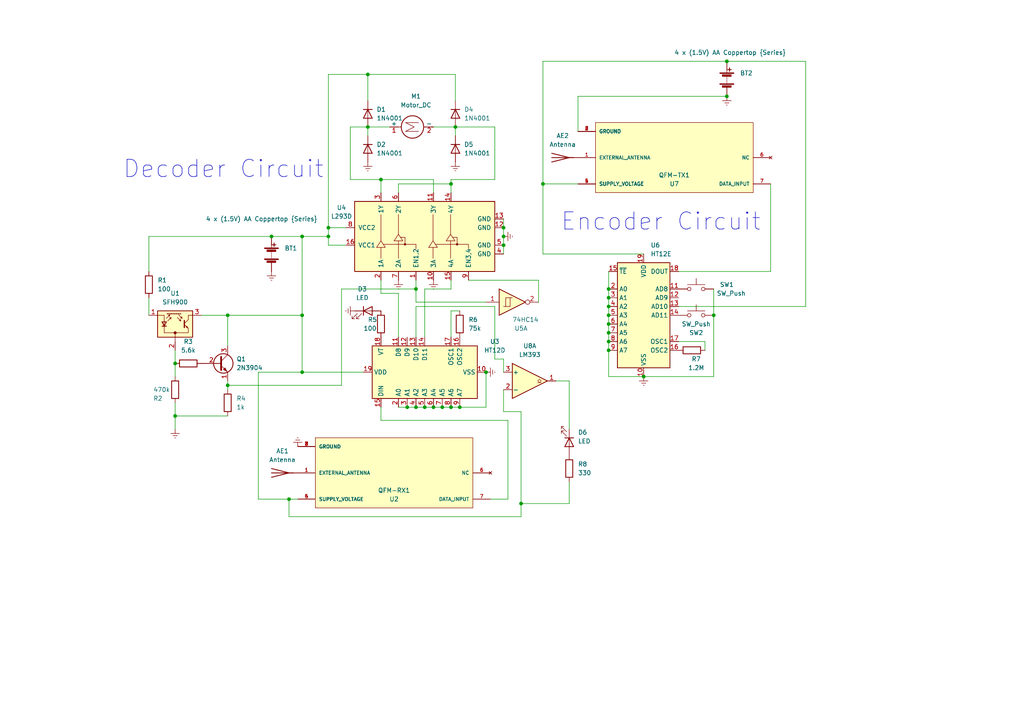
<source format=kicad_sch>
(kicad_sch (version 20211123) (generator eeschema)
  (paper "A4")
  (lib_symbols
    (symbol "74xx:74HC14" (pin_names (offset 1.016))
      (property "Reference" "U" (at 0 1.27 0))
      (property "Value" "74HC14" (at 0 -1.27 0))
      (symbol "74HC14_1_0"
        (polyline (pts (xy -3.81 3.81) (xy -3.81 -3.81) (xy 3.81 0) (xy -3.81 3.81)) (stroke (width 0.254)) (fill (type background)))
        (pin input line (at -7.62 0 0) (length 3.81) (name "~") (number "1"))
        (pin output inverted (at 7.62 0 180) (length 3.81) (name "~") (number "2"))
      )
      (symbol "74HC14_1_1"
        (polyline (pts (xy -1.905 -1.27) (xy -1.905 1.27) (xy -0.635 1.27)))
        (polyline (pts (xy -2.54 -1.27) (xy -0.635 -1.27) (xy -0.635 1.27) (xy 0 1.27)))
      )
      (symbol "74HC14_2_0"
        (polyline (pts (xy -3.81 3.81) (xy -3.81 -3.81) (xy 3.81 0) (xy -3.81 3.81)) (stroke (width 0.254)) (fill (type background)))
        (pin input line (at -7.62 0 0) (length 3.81) (name "~") (number "3"))
        (pin output inverted (at 7.62 0 180) (length 3.81) (name "~") (number "4"))
      )
      (symbol "74HC14_2_1"
        (polyline (pts (xy -1.905 -1.27) (xy -1.905 1.27) (xy -0.635 1.27)))
        (polyline (pts (xy -2.54 -1.27) (xy -0.635 -1.27) (xy -0.635 1.27) (xy 0 1.27)))
      )
      (symbol "74HC14_3_0"
        (polyline (pts (xy -3.81 3.81) (xy -3.81 -3.81) (xy 3.81 0) (xy -3.81 3.81)) (stroke (width 0.254)) (fill (type background)))
        (pin input line (at -7.62 0 0) (length 3.81) (name "~") (number "5"))
        (pin output inverted (at 7.62 0 180) (length 3.81) (name "~") (number "6"))
      )
      (symbol "74HC14_3_1"
        (polyline (pts (xy -1.905 -1.27) (xy -1.905 1.27) (xy -0.635 1.27)))
        (polyline (pts (xy -2.54 -1.27) (xy -0.635 -1.27) (xy -0.635 1.27) (xy 0 1.27)))
      )
      (symbol "74HC14_4_0"
        (polyline (pts (xy -3.81 3.81) (xy -3.81 -3.81) (xy 3.81 0) (xy -3.81 3.81)) (stroke (width 0.254)) (fill (type background)))
        (pin output inverted (at 7.62 0 180) (length 3.81) (name "~") (number "8"))
        (pin input line (at -7.62 0 0) (length 3.81) (name "~") (number "9"))
      )
      (symbol "74HC14_4_1"
        (polyline (pts (xy -1.905 -1.27) (xy -1.905 1.27) (xy -0.635 1.27)))
        (polyline (pts (xy -2.54 -1.27) (xy -0.635 -1.27) (xy -0.635 1.27) (xy 0 1.27)))
      )
      (symbol "74HC14_5_0"
        (polyline (pts (xy -3.81 3.81) (xy -3.81 -3.81) (xy 3.81 0) (xy -3.81 3.81)) (stroke (width 0.254)) (fill (type background)))
        (pin output inverted (at 7.62 0 180) (length 3.81) (name "~") (number "10"))
        (pin input line (at -7.62 0 0) (length 3.81) (name "~") (number "11"))
      )
      (symbol "74HC14_5_1"
        (polyline (pts (xy -1.905 -1.27) (xy -1.905 1.27) (xy -0.635 1.27)))
        (polyline (pts (xy -2.54 -1.27) (xy -0.635 -1.27) (xy -0.635 1.27) (xy 0 1.27)))
      )
      (symbol "74HC14_6_0"
        (polyline (pts (xy -3.81 3.81) (xy -3.81 -3.81) (xy 3.81 0) (xy -3.81 3.81)) (stroke (width 0.254)) (fill (type background)))
        (pin output inverted (at 7.62 0 180) (length 3.81) (name "~") (number "12"))
        (pin input line (at -7.62 0 0) (length 3.81) (name "~") (number "13"))
      )
      (symbol "74HC14_6_1"
        (polyline (pts (xy -1.905 -1.27) (xy -1.905 1.27) (xy -0.635 1.27)))
        (polyline (pts (xy -2.54 -1.27) (xy -0.635 -1.27) (xy -0.635 1.27) (xy 0 1.27)))
      )
      (symbol "74HC14_7_0"
        (pin power_in line (at 0 12.7 270) (length 5.08) (name "VCC") (number "14"))
        (pin power_in line (at 0 -12.7 90) (length 5.08) (name "GND") (number "7"))
      )
      (symbol "74HC14_7_1"
        (rectangle (start -5.08 7.62) (end 5.08 -7.62) (stroke (width 0.254)) (fill (type background)))
      )
    )
    (symbol "Comparator:LM393" (pin_names (offset 0.127))
      (property "Reference" "U" (at 3.81 3.81 0))
      (property "Value" "LM393" (at 6.35 -3.81 0))
      (symbol "LM393_1_1"
        (polyline (pts (xy -5.08 5.08) (xy 5.08 0) (xy -5.08 -5.08) (xy -5.08 5.08)) (stroke (width 0.254)) (fill (type background)))
        (polyline (pts (xy 3.302 -0.508) (xy 2.794 -0.508) (xy 3.302 0) (xy 2.794 0.508) (xy 2.286 0) (xy 2.794 -0.508) (xy 2.286 -0.508)) (stroke (width 0.127)))
        (pin open_collector line (at 7.62 0 180) (length 2.54) (name "~") (number "1"))
        (pin input line (at -7.62 -2.54 0) (length 2.54) (name "-") (number "2"))
        (pin input line (at -7.62 2.54 0) (length 2.54) (name "+") (number "3"))
      )
      (symbol "LM393_2_1"
        (polyline (pts (xy -5.08 5.08) (xy 5.08 0) (xy -5.08 -5.08) (xy -5.08 5.08)) (stroke (width 0.254)) (fill (type background)))
        (polyline (pts (xy 3.302 -0.508) (xy 2.794 -0.508) (xy 3.302 0) (xy 2.794 0.508) (xy 2.286 0) (xy 2.794 -0.508) (xy 2.286 -0.508)) (stroke (width 0.127)))
        (pin input line (at -7.62 2.54 0) (length 2.54) (name "+") (number "5"))
        (pin input line (at -7.62 -2.54 0) (length 2.54) (name "_") (number "6"))
        (pin open_collector line (at 7.62 0 180) (length 2.54) (name "~") (number "7"))
      )
      (symbol "LM393_3_1"
        (pin power_in line (at -2.54 -7.62 90) (length 3.81) (name "V-") (number "4"))
        (pin power_in line (at -2.54 7.62 270) (length 3.81) (name "V+") (number "8"))
      )
    )
    (symbol "Device:Antenna" (pin_numbers hide) (pin_names (offset 1.016) hide)
      (property "Reference" "AE" (at -1.905 1.905 0))
      (property "Value" "Antenna" (at -1.905 0 0))
      (symbol "Antenna_0_1"
        (polyline (pts (xy 0 2.54) (xy 0 -3.81)) (stroke (width 0.254)))
        (polyline (pts (xy 1.27 2.54) (xy 0 -2.54) (xy -1.27 2.54)) (stroke (width 0.254)))
      )
      (symbol "Antenna_1_1"
        (pin input line (at 0 -5.08 90) (length 2.54) (name "A") (number "1"))
      )
    )
    (symbol "Device:Battery" (pin_numbers hide) (pin_names (offset 0) hide)
      (property "Reference" "BT" (at 2.54 2.54 0))
      (property "Value" "Battery" (at 2.54 0 0))
      (symbol "Battery_0_1"
        (rectangle (start -2.032 -1.397) (end 2.032 -1.651) (fill (type outline)))
        (rectangle (start -2.032 1.778) (end 2.032 1.524) (fill (type outline)))
        (rectangle (start -1.3208 -1.9812) (end 1.27 -2.4892) (fill (type outline)))
        (rectangle (start -1.3208 1.1938) (end 1.27 0.6858) (fill (type outline)))
        (polyline (pts (xy 0 -1.524) (xy 0 -1.27)))
        (polyline (pts (xy 0 -1.016) (xy 0 -0.762)))
        (polyline (pts (xy 0 -0.508) (xy 0 -0.254)))
        (polyline (pts (xy 0 0) (xy 0 0.254)))
        (polyline (pts (xy 0 0.508) (xy 0 0.762)))
        (polyline (pts (xy 0 1.778) (xy 0 2.54)))
        (polyline (pts (xy 0.254 2.667) (xy 1.27 2.667)) (stroke (width 0.254)))
        (polyline (pts (xy 0.762 3.175) (xy 0.762 2.159)) (stroke (width 0.254)))
      )
      (symbol "Battery_1_1"
        (pin passive line (at 0 5.08 270) (length 2.54) (name "+") (number "1"))
        (pin passive line (at 0 -5.08 90) (length 2.54) (name "-") (number "2"))
      )
    )
    (symbol "Device:LED" (pin_numbers hide) (pin_names (offset 1.016) hide)
      (property "Reference" "D" (at 0 2.54 0))
      (property "Value" "LED" (at 0 -2.54 0))
      (symbol "LED_0_1"
        (polyline (pts (xy -1.27 -1.27) (xy -1.27 1.27)) (stroke (width 0.254)))
        (polyline (pts (xy -1.27 0) (xy 1.27 0)))
        (polyline (pts (xy 1.27 -1.27) (xy 1.27 1.27) (xy -1.27 0) (xy 1.27 -1.27)) (stroke (width 0.254)))
        (polyline (pts (xy -3.048 -0.762) (xy -4.572 -2.286) (xy -3.81 -2.286) (xy -4.572 -2.286) (xy -4.572 -1.524)))
        (polyline (pts (xy -1.778 -0.762) (xy -3.302 -2.286) (xy -2.54 -2.286) (xy -3.302 -2.286) (xy -3.302 -1.524)))
      )
      (symbol "LED_1_1"
        (pin passive line (at -3.81 0 0) (length 2.54) (name "K") (number "1"))
        (pin passive line (at 3.81 0 180) (length 2.54) (name "A") (number "2"))
      )
    )
    (symbol "Device:R" (pin_numbers hide) (pin_names (offset 0))
      (property "Reference" "R" (at 2.032 0 90))
      (property "Value" "R" (at 0 0 90))
      (symbol "R_0_1"
        (rectangle (start -1.016 -2.54) (end 1.016 2.54) (stroke (width 0.254)))
      )
      (symbol "R_1_1"
        (pin passive line (at 0 3.81 270) (length 1.27) (name "~") (number "1"))
        (pin passive line (at 0 -3.81 90) (length 1.27) (name "~") (number "2"))
      )
    )
    (symbol "Diode:1N4001" (pin_numbers hide) (pin_names hide)
      (property "Reference" "D" (at 0 2.54 0))
      (property "Value" "1N4001" (at 0 -2.54 0))
      (symbol "1N4001_0_1"
        (polyline (pts (xy -1.27 1.27) (xy -1.27 -1.27)) (stroke (width 0.254)))
        (polyline (pts (xy 1.27 0) (xy -1.27 0)))
        (polyline (pts (xy 1.27 1.27) (xy 1.27 -1.27) (xy -1.27 0) (xy 1.27 1.27)) (stroke (width 0.254)))
      )
      (symbol "1N4001_1_1"
        (pin passive line (at -3.81 0 0) (length 2.54) (name "K") (number "1"))
        (pin passive line (at 3.81 0 180) (length 2.54) (name "A") (number "2"))
      )
    )
    (symbol "Driver_Motor:L293D" (pin_names (offset 1.016))
      (property "Reference" "U" (at -5.08 26.035 0))
      (property "Value" "L293D" (at -5.08 24.13 0))
      (symbol "L293D_0_1"
        (rectangle (start -10.16 22.86) (end 10.16 -17.78) (stroke (width 0.254)) (fill (type background)))
        (circle (center -2.286 -6.858) (radius 0.254) (fill (type outline)))
        (circle (center -2.286 8.255) (radius 0.254) (fill (type outline)))
        (polyline (pts (xy -6.35 -4.953) (xy -1.27 -4.953)))
        (polyline (pts (xy -6.35 0.127) (xy -3.175 0.127)))
        (polyline (pts (xy -6.35 10.16) (xy -1.27 10.16)))
        (polyline (pts (xy -6.35 15.24) (xy -3.175 15.24)))
        (polyline (pts (xy -1.27 0.127) (xy 6.35 0.127)))
        (polyline (pts (xy -1.27 15.24) (xy 6.35 15.24)))
        (polyline (pts (xy 0.635 -4.953) (xy 6.35 -4.953)))
        (polyline (pts (xy 0.635 10.16) (xy 6.35 10.16)))
        (polyline (pts (xy -2.286 -6.858) (xy -0.254 -6.858) (xy -0.254 -5.588)))
        (polyline (pts (xy -2.286 -0.635) (xy -2.286 -10.16) (xy -3.556 -10.16)))
        (polyline (pts (xy -2.286 8.255) (xy -0.254 8.255) (xy -0.254 9.525)))
        (polyline (pts (xy -2.286 14.478) (xy -2.286 5.08) (xy -3.556 5.08)))
        (polyline (pts (xy -3.175 1.397) (xy -3.175 -1.143) (xy -1.27 0.127) (xy -3.175 1.397)))
        (polyline (pts (xy -3.175 16.51) (xy -3.175 13.97) (xy -1.27 15.24) (xy -3.175 16.51)))
        (polyline (pts (xy -1.27 -3.683) (xy -1.27 -6.223) (xy 0.635 -4.953) (xy -1.27 -3.683)))
        (polyline (pts (xy -1.27 11.43) (xy -1.27 8.89) (xy 0.635 10.16) (xy -1.27 11.43)))
      )
      (symbol "L293D_1_1"
        (pin input line (at -12.7 5.08 0) (length 2.54) (name "EN1,2") (number "1"))
        (pin input line (at -12.7 0 0) (length 2.54) (name "3A") (number "10"))
        (pin output line (at 12.7 0 180) (length 2.54) (name "3Y") (number "11"))
        (pin power_in line (at 2.54 -20.32 90) (length 2.54) (name "GND") (number "12"))
        (pin power_in line (at 5.08 -20.32 90) (length 2.54) (name "GND") (number "13"))
        (pin output line (at 12.7 -5.08 180) (length 2.54) (name "4Y") (number "14"))
        (pin input line (at -12.7 -5.08 0) (length 2.54) (name "4A") (number "15"))
        (pin power_in line (at -2.54 25.4 270) (length 2.54) (name "VCC1") (number "16"))
        (pin input line (at -12.7 15.24 0) (length 2.54) (name "1A") (number "2"))
        (pin output line (at 12.7 15.24 180) (length 2.54) (name "1Y") (number "3"))
        (pin power_in line (at -5.08 -20.32 90) (length 2.54) (name "GND") (number "4"))
        (pin power_in line (at -2.54 -20.32 90) (length 2.54) (name "GND") (number "5"))
        (pin output line (at 12.7 10.16 180) (length 2.54) (name "2Y") (number "6"))
        (pin input line (at -12.7 10.16 0) (length 2.54) (name "2A") (number "7"))
        (pin power_in line (at 2.54 25.4 270) (length 2.54) (name "VCC2") (number "8"))
        (pin input line (at -12.7 -10.16 0) (length 2.54) (name "EN3,4") (number "9"))
      )
    )
    (symbol "Earth_1" (power) (pin_names (offset 0))
      (symbol "Earth_1_0_1"
        (polyline (pts (xy -0.635 -1.905) (xy 0.635 -1.905)))
        (polyline (pts (xy -0.127 -2.54) (xy 0.127 -2.54)))
        (polyline (pts (xy 0 -1.27) (xy 0 0)))
        (polyline (pts (xy 1.27 -1.27) (xy -1.27 -1.27)))
      )
      (symbol "Earth_1_1_1"
        (pin power_in line (at 0 0 270) (length 0) hide (name "Earth") (number "1"))
      )
    )
    (symbol "Earth_2" (power) (pin_names (offset 0))
      (symbol "Earth_2_0_1"
        (polyline (pts (xy -0.635 -1.905) (xy 0.635 -1.905)))
        (polyline (pts (xy -0.127 -2.54) (xy 0.127 -2.54)))
        (polyline (pts (xy 0 -1.27) (xy 0 0)))
        (polyline (pts (xy 1.27 -1.27) (xy -1.27 -1.27)))
      )
      (symbol "Earth_2_1_1"
        (pin power_in line (at 0 0 270) (length 0) hide (name "Earth") (number "1"))
      )
    )
    (symbol "Interface:HT12D"
      (property "Reference" "U" (at -6.35 16.51 0))
      (property "Value" "HT12D" (at 6.35 16.51 0))
      (symbol "HT12D_1_1"
        (rectangle (start -7.62 15.24) (end 7.62 -15.24) (stroke (width 0.254)) (fill (type background)))
        (pin no_connect line (at 7.62 -2.54 180) (length 2.54) hide (name "NC") (number "1"))
        (pin power_in line (at 0 -17.78 90) (length 2.54) (name "VSS") (number "10"))
        (pin output line (at 10.16 7.62 180) (length 2.54) (name "D8") (number "11"))
        (pin output line (at 10.16 5.08 180) (length 2.54) (name "D9") (number "12"))
        (pin output line (at 10.16 2.54 180) (length 2.54) (name "D10") (number "13"))
        (pin output line (at 10.16 0 180) (length 2.54) (name "D11") (number "14"))
        (pin input line (at -10.16 12.7 0) (length 2.54) (name "DIN") (number "15"))
        (pin output line (at 10.16 -10.16 180) (length 2.54) (name "OSC2") (number "16"))
        (pin input line (at 10.16 -7.62 180) (length 2.54) (name "OSC1") (number "17"))
        (pin output line (at 10.16 12.7 180) (length 2.54) (name "VT") (number "18"))
        (pin power_in line (at 0 17.78 270) (length 2.54) (name "VDD") (number "19"))
        (pin input line (at -10.16 7.62 0) (length 2.54) (name "A0") (number "2"))
        (pin no_connect line (at 7.62 -5.08 180) (length 2.54) hide (name "NC") (number "20"))
        (pin input line (at -10.16 5.08 0) (length 2.54) (name "A1") (number "3"))
        (pin input line (at -10.16 2.54 0) (length 2.54) (name "A2") (number "4"))
        (pin input line (at -10.16 0 0) (length 2.54) (name "A3") (number "5"))
        (pin input line (at -10.16 -2.54 0) (length 2.54) (name "A4") (number "6"))
        (pin input line (at -10.16 -5.08 0) (length 2.54) (name "A5") (number "7"))
        (pin input line (at -10.16 -7.62 0) (length 2.54) (name "A6") (number "8"))
        (pin input line (at -10.16 -10.16 0) (length 2.54) (name "A7") (number "9"))
      )
    )
    (symbol "Interface:HT12E"
      (property "Reference" "U" (at -6.35 16.51 0))
      (property "Value" "HT12E" (at 6.35 16.51 0))
      (symbol "HT12E_1_1"
        (rectangle (start -7.62 15.24) (end 7.62 -15.24) (stroke (width 0.254)) (fill (type background)))
        (pin no_connect line (at 7.62 -2.54 180) (length 2.54) hide (name "NC") (number "1"))
        (pin power_in line (at 0 -17.78 90) (length 2.54) (name "VSS") (number "10"))
        (pin output line (at 10.16 7.62 180) (length 2.54) (name "AD8") (number "11"))
        (pin output line (at 10.16 5.08 180) (length 2.54) (name "AD9") (number "12"))
        (pin output line (at 10.16 2.54 180) (length 2.54) (name "AD10") (number "13"))
        (pin output line (at 10.16 0 180) (length 2.54) (name "AD11") (number "14"))
        (pin input line (at -10.16 12.7 0) (length 2.54) (name "~{TE}") (number "15"))
        (pin output line (at 10.16 -10.16 180) (length 2.54) (name "OSC2") (number "16"))
        (pin input line (at 10.16 -7.62 180) (length 2.54) (name "OSC1") (number "17"))
        (pin output line (at 10.16 12.7 180) (length 2.54) (name "DOUT") (number "18"))
        (pin power_in line (at 0 17.78 270) (length 2.54) (name "VDD") (number "19"))
        (pin input line (at -10.16 7.62 0) (length 2.54) (name "A0") (number "2"))
        (pin no_connect line (at 7.62 -5.08 180) (length 2.54) hide (name "NC") (number "20"))
        (pin input line (at -10.16 5.08 0) (length 2.54) (name "A1") (number "3"))
        (pin input line (at -10.16 2.54 0) (length 2.54) (name "A2") (number "4"))
        (pin input line (at -10.16 0 0) (length 2.54) (name "A3") (number "5"))
        (pin input line (at -10.16 -2.54 0) (length 2.54) (name "A4") (number "6"))
        (pin input line (at -10.16 -5.08 0) (length 2.54) (name "A5") (number "7"))
        (pin input line (at -10.16 -7.62 0) (length 2.54) (name "A6") (number "8"))
        (pin input line (at -10.16 -10.16 0) (length 2.54) (name "A7") (number "9"))
      )
    )
    (symbol "Motor:Motor_DC" (pin_names (offset 0))
      (property "Reference" "M" (at 2.54 2.54 0))
      (property "Value" "Motor_DC" (at 2.54 -5.08 0))
      (symbol "Motor_DC_0_0"
        (polyline (pts (xy -1.27 -3.302) (xy -1.27 0.508) (xy 0 -2.032) (xy 1.27 0.508) (xy 1.27 -3.302)))
      )
      (symbol "Motor_DC_0_1"
        (circle (center 0 -1.524) (radius 3.2512) (stroke (width 0.254)))
        (polyline (pts (xy 0 -7.62) (xy 0 -7.112)))
        (polyline (pts (xy 0 -4.7752) (xy 0 -5.1816)))
        (polyline (pts (xy 0 1.7272) (xy 0 2.0828)))
        (polyline (pts (xy 0 2.032) (xy 0 2.54)))
      )
      (symbol "Motor_DC_1_1"
        (pin passive line (at 0 5.08 270) (length 2.54) (name "+") (number "1"))
        (pin passive line (at 0 -7.62 90) (length 2.54) (name "-") (number "2"))
      )
    )
    (symbol "QFM-RX1-433:QFM-RX1-433" (pin_names (offset 1.016))
      (property "Reference" "U" (at -22.86 12.7 0))
      (property "Value" "QFM-RX1-433" (at -22.86 -12.7 0))
      (symbol "QFM-RX1-433_0_0"
        (rectangle (start -22.86 -10.16) (end 22.86 10.16) (stroke (width 0.1524)) (fill (type background)))
        (pin passive line (at 27.94 0 180) (length 5.08) (name "EXTERNAL_ANTENNA") (number "1"))
        (pin power_in line (at 27.94 -7.62 180) (length 5.08) (name "GROUND") (number "2"))
        (pin power_in line (at 27.94 -7.62 180) (length 5.08) (name "GROUND") (number "3"))
        (pin power_in line (at 27.94 7.62 180) (length 5.08) (name "SUPPLY_VOLTAGE") (number "4"))
        (pin power_in line (at 27.94 7.62 180) (length 5.08) (name "SUPPLY_VOLTAGE") (number "5"))
        (pin no_connect line (at -27.94 0 0) (length 5.08) (name "NC") (number "6"))
        (pin input line (at -27.94 7.62 0) (length 5.08) (name "DATA_INPUT") (number "7"))
        (pin power_in line (at 27.94 -7.62 180) (length 5.08) (name "GROUND") (number "8"))
      )
    )
    (symbol "Sensor_Proximity:SFH900" (pin_names (offset 1.016) hide)
      (property "Reference" "U" (at -5.08 5.08 0))
      (property "Value" "SFH900" (at 6.35 5.08 0))
      (symbol "SFH900_0_1"
        (circle (center 0 -2.54) (radius 0.3556) (fill (type outline)))
        (polyline (pts (xy -3.81 -0.635) (xy -2.54 -0.635)) (stroke (width 0.254)))
        (polyline (pts (xy -2.286 2.921) (xy -2.032 3.175)))
        (polyline (pts (xy -1.778 2.921) (xy -1.524 3.175)))
        (polyline (pts (xy -1.524 2.667) (xy -1.651 2.159)))
        (polyline (pts (xy -1.27 2.921) (xy -1.016 3.175)))
        (polyline (pts (xy -1.143 1.905) (xy -1.27 1.397)))
        (polyline (pts (xy -0.762 2.921) (xy -0.508 3.175)))
        (polyline (pts (xy -0.254 2.921) (xy 0 3.175)))
        (polyline (pts (xy 0 -2.54) (xy 0 -5.08)))
        (polyline (pts (xy 0.254 2.921) (xy 0.508 3.175)))
        (polyline (pts (xy 0.762 2.921) (xy 1.016 3.175)))
        (polyline (pts (xy 1.27 2.921) (xy 1.524 3.175)))
        (polyline (pts (xy 1.651 0.889) (xy 1.143 1.016)))
        (polyline (pts (xy 1.778 2.921) (xy -2.413 2.921)))
        (polyline (pts (xy 2.032 1.651) (xy 1.524 1.778)))
        (polyline (pts (xy 2.667 -0.127) (xy 3.81 -1.27)))
        (polyline (pts (xy 2.667 0.127) (xy 3.81 1.27)))
        (polyline (pts (xy -2.54 1.651) (xy -1.524 2.667) (xy -2.032 2.54)))
        (polyline (pts (xy -2.159 0.889) (xy -1.143 1.905) (xy -1.651 1.778)))
        (polyline (pts (xy 0.635 1.905) (xy 1.651 0.889) (xy 1.524 1.397)))
        (polyline (pts (xy 1.016 2.667) (xy 2.032 1.651) (xy 1.905 2.159)))
        (polyline (pts (xy 2.667 1.016) (xy 2.667 -1.016) (xy 2.667 -1.016)) (stroke (width 0.3556)))
        (polyline (pts (xy 3.81 1.27) (xy 3.81 2.54) (xy 5.08 2.54)))
        (polyline (pts (xy -3.175 -0.635) (xy -3.81 0.635) (xy -2.54 0.635) (xy -3.175 -0.635)) (stroke (width 0.254)))
        (polyline (pts (xy 3.683 -1.143) (xy 3.429 -0.635) (xy 3.175 -0.889) (xy 3.683 -1.143)))
        (polyline (pts (xy -5.08 -3.81) (xy 5.08 -3.81) (xy 5.08 3.81) (xy -5.08 3.81) (xy -5.08 -3.81)) (stroke (width 0.254)) (fill (type background)))
        (polyline (pts (xy -5.08 2.54) (xy -3.175 2.54) (xy -3.175 -2.54) (xy 3.81 -2.54) (xy 3.81 -1.27)))
      )
      (symbol "SFH900_1_1"
        (pin passive line (at -7.62 2.54 0) (length 2.54) (name "A") (number "1"))
        (pin passive line (at 0 -7.62 90) (length 2.54) (name "K") (number "2"))
        (pin open_collector line (at 7.62 2.54 180) (length 2.54) (name "C") (number "3"))
      )
    )
    (symbol "Switch:SW_Push" (pin_numbers hide) (pin_names (offset 1.016) hide)
      (property "Reference" "SW" (at 1.27 2.54 0))
      (property "Value" "SW_Push" (at 0 -1.524 0))
      (symbol "SW_Push_0_1"
        (circle (center -2.032 0) (radius 0.508))
        (polyline (pts (xy 0 1.27) (xy 0 3.048)))
        (polyline (pts (xy 2.54 1.27) (xy -2.54 1.27)))
        (circle (center 2.032 0) (radius 0.508))
        (pin passive line (at -5.08 0 0) (length 2.54) (name "1") (number "1"))
        (pin passive line (at 5.08 0 180) (length 2.54) (name "2") (number "2"))
      )
    )
    (symbol "Transistor_BJT:2N3904" (pin_names (offset 0) hide)
      (property "Reference" "Q" (at 5.08 1.905 0))
      (property "Value" "2N3904" (at 5.08 0 0))
      (symbol "2N3904_0_1"
        (polyline (pts (xy 0.635 0.635) (xy 2.54 2.54)))
        (polyline (pts (xy 0.635 -0.635) (xy 2.54 -2.54) (xy 2.54 -2.54)))
        (polyline (pts (xy 0.635 1.905) (xy 0.635 -1.905) (xy 0.635 -1.905)) (stroke (width 0.508)))
        (polyline (pts (xy 1.27 -1.778) (xy 1.778 -1.27) (xy 2.286 -2.286) (xy 1.27 -1.778) (xy 1.27 -1.778)) (fill (type outline)))
        (circle (center 1.27 0) (radius 2.8194) (stroke (width 0.254)))
      )
      (symbol "2N3904_1_1"
        (pin passive line (at 2.54 -5.08 90) (length 2.54) (name "E") (number "1"))
        (pin passive line (at -5.08 0 0) (length 5.715) (name "B") (number "2"))
        (pin passive line (at 2.54 5.08 270) (length 2.54) (name "C") (number "3"))
      )
    )
    (symbol "power:Earth" (power) (pin_names (offset 0))
      (symbol "Earth_0_1"
        (polyline (pts (xy -0.635 -1.905) (xy 0.635 -1.905)))
        (polyline (pts (xy -0.127 -2.54) (xy 0.127 -2.54)))
        (polyline (pts (xy 0 -1.27) (xy 0 0)))
        (polyline (pts (xy 1.27 -1.27) (xy -1.27 -1.27)))
      )
      (symbol "Earth_1_1"
        (pin power_in line (at 0 0 270) (length 0) hide (name "Earth") (number "1"))
      )
    )
  )
  (junction (at 176.53 86.36))
  (junction (at 146.05 66.04))
  (junction (at 176.53 91.44))
  (junction (at 140.97 107.95))
  (junction (at 176.53 88.9))
  (junction (at 151.13 146.05))
  (junction (at 186.69 109.22))
  (junction (at 120.65 118.11))
  (junction (at 130.81 53.34))
  (junction (at 87.63 68.58))
  (junction (at 66.04 91.44))
  (junction (at 106.68 21.59))
  (junction (at 133.35 118.11))
  (junction (at 78.74 68.58))
  (junction (at 95.25 66.04))
  (junction (at 176.53 101.6))
  (junction (at 210.82 17.78))
  (junction (at 50.8 120.65))
  (junction (at 146.05 68.58))
  (junction (at 176.53 93.98))
  (junction (at 83.82 144.78))
  (junction (at 210.82 27.94))
  (junction (at 106.68 36.83))
  (junction (at 87.63 107.95))
  (junction (at 130.81 118.11))
  (junction (at 128.27 118.11))
  (junction (at 125.73 118.11))
  (junction (at 176.53 83.82))
  (junction (at 157.48 53.34))
  (junction (at 176.53 96.52))
  (junction (at 87.63 91.44))
  (junction (at 95.25 68.58))
  (junction (at 110.49 52.07))
  (junction (at 118.11 118.11))
  (junction (at 120.65 83.82))
  (junction (at 207.01 91.44))
  (junction (at 50.8 105.41))
  (junction (at 176.53 99.06))
  (junction (at 146.05 71.12))
  (junction (at 132.08 36.83))
  (junction (at 66.04 111.76))
  (junction (at 123.19 118.11))
  (wire (pts (xy 151.13 149.86) (xy 83.82 149.86)))
  (wire (pts (xy 58.42 91.44) (xy 66.04 91.44)))
  (wire (pts (xy 120.65 97.79) (xy 120.65 88.9)))
  (wire (pts (xy 83.82 144.78) (xy 74.93 144.78)))
  (wire (pts (xy 165.1 124.46) (xy 165.1 110.49)))
  (wire (pts (xy 133.35 90.17) (xy 130.81 90.17)))
  (wire (pts (xy 99.06 83.82) (xy 120.65 83.82)))
  (wire (pts (xy 50.8 105.41) (xy 50.8 109.22)))
  (wire (pts (xy 95.25 68.58) (xy 95.25 66.04)))
  (wire (pts (xy 106.68 29.21) (xy 106.68 21.59)))
  (wire (pts (xy 146.05 68.58) (xy 146.05 71.12)))
  (wire (pts (xy 101.6 36.83) (xy 101.6 52.07)))
  (wire (pts (xy 115.57 85.09) (xy 110.49 85.09)))
  (wire (pts (xy 120.65 118.11) (xy 123.19 118.11)))
  (wire (pts (xy 66.04 91.44) (xy 87.63 91.44)))
  (wire (pts (xy 66.04 110.49) (xy 66.04 111.76)))
  (wire (pts (xy 176.53 101.6) (xy 176.53 109.22)))
  (wire (pts (xy 120.65 81.28) (xy 120.65 83.82)))
  (wire (pts (xy 120.65 83.82) (xy 120.65 87.63)))
  (wire (pts (xy 156.21 81.28) (xy 135.89 81.28)))
  (wire (pts (xy 106.68 36.83) (xy 106.68 39.37)))
  (wire (pts (xy 110.49 121.92) (xy 110.49 118.11)))
  (wire (pts (xy 123.19 83.82) (xy 130.81 83.82)))
  (wire (pts (xy 123.19 118.11) (xy 125.73 118.11)))
  (wire (pts (xy 66.04 111.76) (xy 66.04 113.03)))
  (wire (pts (xy 128.27 118.11) (xy 130.81 118.11)))
  (wire (pts (xy 130.81 118.11) (xy 133.35 118.11)))
  (wire (pts (xy 106.68 36.83) (xy 101.6 36.83)))
  (wire (pts (xy 146.05 66.04) (xy 146.05 68.58)))
  (wire (pts (xy 115.57 97.79) (xy 115.57 85.09)))
  (wire (pts (xy 74.93 107.95) (xy 87.63 107.95)))
  (wire (pts (xy 43.18 68.58) (xy 43.18 78.74)))
  (wire (pts (xy 43.18 91.44) (xy 43.18 86.36)))
  (wire (pts (xy 125.73 118.11) (xy 128.27 118.11)))
  (wire (pts (xy 157.48 53.34) (xy 167.64 53.34)))
  (wire (pts (xy 83.82 149.86) (xy 83.82 144.78)))
  (wire (pts (xy 165.1 146.05) (xy 151.13 146.05)))
  (wire (pts (xy 176.53 91.44) (xy 176.53 93.98)))
  (wire (pts (xy 115.57 55.88) (xy 115.57 53.34)))
  (wire (pts (xy 147.32 121.92) (xy 110.49 121.92)))
  (wire (pts (xy 130.81 90.17) (xy 130.81 97.79)))
  (wire (pts (xy 132.08 21.59) (xy 132.08 29.21)))
  (wire (pts (xy 207.01 109.22) (xy 186.69 109.22)))
  (wire (pts (xy 130.81 53.34) (xy 130.81 55.88)))
  (wire (pts (xy 130.81 83.82) (xy 130.81 81.28)))
  (wire (pts (xy 74.93 144.78) (xy 74.93 107.95)))
  (wire (pts (xy 110.49 85.09) (xy 110.49 81.28)))
  (wire (pts (xy 106.68 21.59) (xy 132.08 21.59)))
  (wire (pts (xy 120.65 87.63) (xy 140.97 87.63)))
  (wire (pts (xy 176.53 88.9) (xy 176.53 91.44)))
  (wire (pts (xy 87.63 68.58) (xy 95.25 68.58)))
  (wire (pts (xy 223.52 53.34) (xy 223.52 78.74)))
  (wire (pts (xy 157.48 73.66) (xy 157.48 53.34)))
  (wire (pts (xy 140.97 118.11) (xy 140.97 107.95)))
  (wire (pts (xy 176.53 83.82) (xy 176.53 86.36)))
  (wire (pts (xy 204.47 99.06) (xy 204.47 101.6)))
  (wire (pts (xy 143.51 104.14) (xy 146.05 104.14)))
  (wire (pts (xy 176.53 99.06) (xy 176.53 101.6)))
  (wire (pts (xy 207.01 83.82) (xy 207.01 91.44)))
  (wire (pts (xy 120.65 88.9) (xy 143.51 88.9)))
  (wire (pts (xy 106.68 21.59) (xy 95.25 21.59)))
  (wire (pts (xy 101.6 52.07) (xy 110.49 52.07)))
  (wire (pts (xy 196.85 88.9) (xy 233.68 88.9)))
  (wire (pts (xy 106.68 36.83) (xy 113.03 36.83)))
  (wire (pts (xy 50.8 124.46) (xy 50.8 120.65)))
  (wire (pts (xy 95.25 66.04) (xy 100.33 66.04)))
  (wire (pts (xy 78.74 68.58) (xy 87.63 68.58)))
  (wire (pts (xy 95.25 71.12) (xy 100.33 71.12)))
  (wire (pts (xy 143.51 36.83) (xy 143.51 52.07)))
  (wire (pts (xy 146.05 113.03) (xy 146.05 119.38)))
  (wire (pts (xy 110.49 52.07) (xy 110.49 55.88)))
  (wire (pts (xy 210.82 17.78) (xy 233.68 17.78)))
  (wire (pts (xy 176.53 109.22) (xy 186.69 109.22)))
  (wire (pts (xy 196.85 99.06) (xy 204.47 99.06)))
  (wire (pts (xy 95.25 21.59) (xy 95.25 66.04)))
  (wire (pts (xy 146.05 71.12) (xy 146.05 73.66)))
  (wire (pts (xy 165.1 110.49) (xy 161.29 110.49)))
  (wire (pts (xy 123.19 97.79) (xy 123.19 83.82)))
  (wire (pts (xy 142.24 144.78) (xy 147.32 144.78)))
  (wire (pts (xy 165.1 139.7) (xy 165.1 146.05)))
  (wire (pts (xy 115.57 53.34) (xy 130.81 53.34)))
  (wire (pts (xy 95.25 68.58) (xy 95.25 71.12)))
  (wire (pts (xy 151.13 146.05) (xy 151.13 149.86)))
  (wire (pts (xy 176.53 86.36) (xy 176.53 88.9)))
  (wire (pts (xy 157.48 17.78) (xy 210.82 17.78)))
  (wire (pts (xy 86.36 144.78) (xy 83.82 144.78)))
  (wire (pts (xy 66.04 91.44) (xy 66.04 100.33)))
  (wire (pts (xy 115.57 118.11) (xy 118.11 118.11)))
  (wire (pts (xy 87.63 91.44) (xy 87.63 107.95)))
  (wire (pts (xy 50.8 116.84) (xy 50.8 120.65)))
  (wire (pts (xy 176.53 78.74) (xy 176.53 83.82)))
  (wire (pts (xy 186.69 73.66) (xy 157.48 73.66)))
  (wire (pts (xy 167.64 27.94) (xy 210.82 27.94)))
  (wire (pts (xy 176.53 93.98) (xy 176.53 96.52)))
  (wire (pts (xy 146.05 119.38) (xy 151.13 119.38)))
  (wire (pts (xy 143.51 88.9) (xy 143.51 104.14)))
  (wire (pts (xy 50.8 101.6) (xy 50.8 105.41)))
  (wire (pts (xy 130.81 52.07) (xy 130.81 53.34)))
  (wire (pts (xy 223.52 78.74) (xy 196.85 78.74)))
  (wire (pts (xy 125.73 55.88) (xy 125.73 52.07)))
  (wire (pts (xy 66.04 111.76) (xy 99.06 111.76)))
  (wire (pts (xy 143.51 52.07) (xy 130.81 52.07)))
  (wire (pts (xy 99.06 111.76) (xy 99.06 83.82)))
  (wire (pts (xy 118.11 118.11) (xy 120.65 118.11)))
  (wire (pts (xy 146.05 104.14) (xy 146.05 107.95)))
  (wire (pts (xy 176.53 96.52) (xy 176.53 99.06)))
  (wire (pts (xy 132.08 36.83) (xy 143.51 36.83)))
  (wire (pts (xy 66.04 120.65) (xy 50.8 120.65)))
  (wire (pts (xy 110.49 52.07) (xy 125.73 52.07)))
  (wire (pts (xy 156.21 87.63) (xy 156.21 81.28)))
  (wire (pts (xy 146.05 63.5) (xy 146.05 66.04)))
  (wire (pts (xy 233.68 88.9) (xy 233.68 17.78)))
  (wire (pts (xy 167.64 27.94) (xy 167.64 38.1)))
  (wire (pts (xy 125.73 36.83) (xy 132.08 36.83)))
  (wire (pts (xy 87.63 68.58) (xy 87.63 91.44)))
  (wire (pts (xy 133.35 118.11) (xy 140.97 118.11)))
  (wire (pts (xy 132.08 36.83) (xy 132.08 39.37)))
  (wire (pts (xy 207.01 91.44) (xy 207.01 109.22)))
  (wire (pts (xy 147.32 121.92) (xy 147.32 144.78)))
  (wire (pts (xy 157.48 17.78) (xy 157.48 53.34)))
  (wire (pts (xy 105.41 107.95) (xy 87.63 107.95)))
  (wire (pts (xy 43.18 68.58) (xy 78.74 68.58)))
  (wire (pts (xy 151.13 119.38) (xy 151.13 146.05)))
  (text "Encoder Circuit" (at 162.56 67.31 0) (effects (font (size 5 5)) (justify left bottom)))
  (text "Decoder Circuit" (at 35.56 52.07 0) (effects (font (size 5 5)) (justify left bottom)))
  (symbol (lib_id "power:Earth") (at 106.68 46.99 0) (unit 1)
    (property "Reference" "#PWR05" (effects hide))
    (property "Value" "Earth" (effects hide))
  )
  (symbol (lib_id "Device:Antenna") (at 81.28 137.16 90) (unit 1)
    (property "Reference" "AE1" (at 81.915 130.81 90))
    (property "Value" "Antenna" (at 81.915 133.35 90))
  )
  (symbol (lib_id "power:Earth") (at 210.82 27.94 0) (unit 1)
    (property "Reference" "#PWR010" (effects hide))
    (property "Value" "Earth" (effects hide))
  )
  (symbol (lib_id "power:Earth") (at 50.8 124.46 0) (unit 1)
    (property "Reference" "#PWR01" (effects hide))
    (property "Value" "Earth" (effects hide))
  )
  (symbol (lib_id "power:Earth") (at 132.08 46.99 0) (unit 1)
    (property "Reference" "#PWR06" (effects hide))
    (property "Value" "Earth" (effects hide))
  )
  (symbol (lib_id "Device:R") (at 50.8 113.03 0) (unit 1)
    (property "Reference" "R2" (at 44.45 115.57 0) (effects (justify left)))
    (property "Value" "470k" (at 44.45 113.03 0) (effects (justify left)))
  )
  (symbol (lib_id "power:Earth") (at 102.87 90.17 270) (unit 1)
    (property "Reference" "#PWR04" (effects hide))
    (property "Value" "Earth" (effects hide))
  )
  (symbol (lib_id "Diode:1N4001") (at 106.68 43.18 270) (unit 1)
    (property "Reference" "D2" (at 109.22 41.9099 90) (effects (justify left)))
    (property "Value" "1N4001" (at 109.22 44.4499 90) (effects (justify left)))
    (property "Footprint" "Diode_THT:D_DO-41_SOD81_P10.16mm_Horizontal" (effects hide))
    (property "Datasheet" "http://www.vishay.com/docs/88503/1n4001.pdf" (effects hide))
  )
  (symbol (lib_id "Device:Antenna") (at 162.56 45.72 90) (unit 1)
    (property "Reference" "AE2" (at 163.195 39.37 90))
    (property "Value" "Antenna" (at 163.195 41.91 90))
  )
  (symbol (lib_id "Device:R") (at 66.04 116.84 0) (unit 1)
    (property "Reference" "R4" (at 68.58 115.5699 0) (effects (justify left)))
    (property "Value" "1k" (at 68.58 118.1099 0) (effects (justify left)))
  )
  (symbol (lib_id "Device:R") (at 54.61 105.41 90) (unit 1)
    (property "Reference" "R3" (at 54.61 99.06 90))
    (property "Value" "5.6k" (at 54.61 101.6 90))
  )
  (symbol (lib_id "Device:LED") (at 106.68 90.17 0) (unit 1)
    (property "Reference" "D3" (at 105.0925 83.82 0))
    (property "Value" "LED" (at 105.0925 86.36 0))
  )
  (symbol (lib_name "Earth_1") (lib_id "power:Earth") (at 115.57 81.28 0) (unit 1)
    (property "Reference" "#PWR011" (effects hide))
    (property "Value" "Earth" (effects hide))
  )
  (symbol (lib_id "power:Earth") (at 140.97 107.95 90) (unit 1)
    (property "Reference" "#PWR07" (effects hide))
    (property "Value" "Earth" (effects hide))
  )
  (symbol (lib_id "QFM-RX1-433:QFM-RX1-433") (at 195.58 45.72 180) (unit 1)
    (property "Reference" "U7" (at 195.58 53.34 0))
    (property "Value" "QFM-TX1" (at 195.58 50.8 0))
    (property "Footprint" "MODULE_QFM-RX1-433" (effects hide))
    (property "STANDARD" "IPC 7351B" (effects hide))
    (property "MAXIMUM_PACKAGE_HEIGHT" "13mm" (effects hide))
    (property "PARTREV" "March 14" (effects hide))
    (property "MANUFACTURER" "QUASAR UK" (effects hide))
  )
  (symbol (lib_id "power:Earth") (at 186.69 109.22 0) (unit 1)
    (property "Reference" "#PWR09" (effects hide))
    (property "Value" "Earth" (effects hide))
  )
  (symbol (lib_id "Diode:1N4001") (at 106.68 33.02 270) (unit 1)
    (property "Reference" "D1" (at 109.22 31.7499 90) (effects (justify left)))
    (property "Value" "1N4001" (at 109.22 34.2899 90) (effects (justify left)))
    (property "Footprint" "Diode_THT:D_DO-41_SOD81_P10.16mm_Horizontal" (effects hide))
    (property "Datasheet" "http://www.vishay.com/docs/88503/1n4001.pdf" (effects hide))
  )
  (symbol (lib_id "Motor:Motor_DC") (at 118.11 36.83 90) (unit 1)
    (property "Reference" "M1" (at 120.65 27.94 90))
    (property "Value" "Motor_DC" (at 120.65 30.48 90))
  )
  (symbol (lib_id "Device:Battery") (at 78.74 73.66 0) (unit 1)
    (property "Reference" "BT1" (at 82.55 72.0089 0) (effects (justify left)))
    (property "Value" "4 x (1.5V) AA Coppertop {Series}" (at 59.69 63.5 0) (effects (justify left)))
  )
  (symbol (lib_id "Device:R") (at 133.35 93.98 0) (unit 1)
    (property "Reference" "R6" (at 135.89 92.7099 0) (effects (justify left)))
    (property "Value" "75k" (at 135.89 95.2499 0) (effects (justify left)))
  )
  (symbol (lib_id "Sensor_Proximity:SFH900") (at 50.8 93.98 0) (unit 1)
    (property "Reference" "U1" (at 50.8 85.09 0))
    (property "Value" "SFH900" (at 50.8 87.63 0))
    (property "Footprint" "OptoDevice:Siemens_SFH900" (effects hide))
    (property "Datasheet" "https://www.batronix.com/pdf/sfh900.pdf" (effects hide))
  )
  (symbol (lib_id "Diode:1N4001") (at 132.08 33.02 270) (unit 1)
    (property "Reference" "D4" (at 134.62 31.7499 90) (effects (justify left)))
    (property "Value" "1N4001" (at 134.62 34.2899 90) (effects (justify left)))
    (property "Footprint" "Diode_THT:D_DO-41_SOD81_P10.16mm_Horizontal" (effects hide))
    (property "Datasheet" "http://www.vishay.com/docs/88503/1n4001.pdf" (effects hide))
  )
  (symbol (lib_id "Device:LED") (at 165.1 128.27 270) (unit 1)
    (property "Reference" "D6" (at 167.64 125.4124 90) (effects (justify left)))
    (property "Value" "LED" (at 167.64 127.9524 90) (effects (justify left)))
  )
  (symbol (lib_id "Device:R") (at 43.18 82.55 0) (unit 1)
    (property "Reference" "R1" (at 45.72 81.2799 0) (effects (justify left)))
    (property "Value" "100" (at 45.72 83.8199 0) (effects (justify left)))
  )
  (symbol (lib_id "Comparator:LM393") (at 153.67 110.49 0) (unit 1)
    (property "Reference" "U8" (at 153.67 100.33 0))
    (property "Value" "LM393" (at 153.67 102.87 0))
    (property "Datasheet" "http://www.ti.com/lit/ds/symlink/lm393.pdf" (effects hide))
  )
  (symbol (lib_id "Device:Battery") (at 210.82 22.86 0) (unit 1)
    (property "Reference" "BT2" (at 214.63 21.2089 0) (effects (justify left)))
    (property "Value" "4 x (1.5V) AA Coppertop {Series}" (at 195.58 15.24 0) (effects (justify left)))
  )
  (symbol (lib_id "QFM-RX1-433:QFM-RX1-433") (at 114.3 137.16 180) (unit 1)
    (property "Reference" "U2" (at 114.3 144.78 0))
    (property "Value" "QFM-RX1" (at 114.3 142.24 0))
    (property "Footprint" "MODULE_QFM-RX1-433" (effects hide))
    (property "STANDARD" "IPC 7351B" (effects hide))
    (property "MAXIMUM_PACKAGE_HEIGHT" "13mm" (effects hide))
    (property "PARTREV" "March 14" (effects hide))
    (property "MANUFACTURER" "QUASAR UK" (effects hide))
  )
  (symbol (lib_id "Diode:1N4001") (at 132.08 43.18 270) (unit 1)
    (property "Reference" "D5" (at 134.62 41.9099 90) (effects (justify left)))
    (property "Value" "1N4001" (at 134.62 44.4499 90) (effects (justify left)))
    (property "Footprint" "Diode_THT:D_DO-41_SOD81_P10.16mm_Horizontal" (effects hide))
    (property "Datasheet" "http://www.vishay.com/docs/88503/1n4001.pdf" (effects hide))
  )
  (symbol (lib_id "Switch:SW_Push") (at 201.93 91.44 0) (unit 1)
    (property "Reference" "SW2" (at 201.93 96.52 0))
    (property "Value" "SW_Push" (at 201.93 93.98 0))
  )
  (symbol (lib_id "74xx:74HC14") (at 148.59 87.63 0) (unit 1)
    (property "Reference" "U5" (at 151.13 95.25 0))
    (property "Value" "74HC14" (at 152.4 92.71 0))
    (property "Datasheet" "http://www.ti.com/lit/gpn/sn74HC14" (effects hide))
  )
  (symbol (lib_id "Transistor_BJT:2N3904") (at 63.5 105.41 0) (unit 1)
    (property "Reference" "Q1" (at 68.58 104.1399 0) (effects (justify left)))
    (property "Value" "2N3904" (at 68.58 106.6799 0) (effects (justify left)))
    (property "Footprint" "Package_TO_SOT_THT:TO-92_Inline" (effects hide))
    (property "Datasheet" "https://www.onsemi.com/pub/Collateral/2N3903-D.PDF" (effects hide))
  )
  (symbol (lib_id "Interface:HT12E") (at 186.69 91.44 0) (unit 1)
    (property "Reference" "U6" (at 188.7094 71.12 0) (effects (justify left)))
    (property "Value" "HT12E" (at 188.7094 73.66 0) (effects (justify left)))
    (property "Footprint" "Package_SO:SOP-20_7.5x12.8mm_P1.27mm" (effects hide))
    (property "Datasheet" "https://www.holtek.com/documents/10179/116711/2_12ev120.pdf" (effects hide))
  )
  (symbol (lib_id "Driver_Motor:L293D") (at 125.73 68.58 90) (unit 1)
    (property "Reference" "U4" (at 99.06 60.2105 90))
    (property "Value" "L293D" (at 99.06 62.7505 90))
    (property "Footprint" "Package_DIP:DIP-16_W7.62mm" (effects hide))
    (property "Datasheet" "http://www.ti.com/lit/ds/symlink/l293.pdf" (effects hide))
  )
  (symbol (lib_id "power:Earth") (at 146.05 68.58 90) (unit 1)
    (property "Reference" "#PWR08" (effects hide))
    (property "Value" "Earth" (effects hide))
  )
  (symbol (lib_name "Earth_2") (lib_id "power:Earth") (at 125.73 81.28 0) (unit 1)
    (property "Reference" "#PWR012" (effects hide))
    (property "Value" "Earth" (effects hide))
  )
  (symbol (lib_id "Device:R") (at 165.1 135.89 0) (unit 1)
    (property "Reference" "R8" (at 167.64 134.6199 0) (effects (justify left)))
    (property "Value" "330" (at 167.64 137.1599 0) (effects (justify left)))
  )
  (symbol (lib_id "Device:R") (at 200.66 101.6 90) (unit 1)
    (property "Reference" "R7" (at 201.93 104.14 90))
    (property "Value" "1.2M" (at 201.93 106.68 90))
  )
  (symbol (lib_id "Switch:SW_Push") (at 201.93 83.82 0) (unit 1)
    (property "Reference" "SW1" (at 210.82 82.55 0))
    (property "Value" "SW_Push" (at 212.09 85.09 0))
  )
  (symbol (lib_id "Interface:HT12D") (at 123.19 107.95 90) (unit 1)
    (property "Reference" "U3" (at 143.51 99.06 90))
    (property "Value" "HT12D" (at 143.51 101.6 90))
    (property "Footprint" "Package_SO:SOP-20_7.5x12.8mm_P1.27mm" (effects hide))
    (property "Datasheet" "https://www.holtek.com/documents/10179/116711/2_12dv120.pdf" (effects hide))
  )
  (symbol (lib_id "Device:R") (at 110.49 93.98 0) (unit 1)
    (property "Reference" "R5" (at 106.68 92.71 0) (effects (justify left)))
    (property "Value" "100" (at 105.41 95.25 0) (effects (justify left)))
  )
  (symbol (lib_id "power:Earth") (at 86.36 129.54 180) (unit 1)
    (property "Reference" "#PWR03" (effects hide))
    (property "Value" "Earth" (effects hide))
  )
  (symbol (lib_id "power:Earth") (at 78.74 78.74 0) (unit 1)
    (property "Reference" "#PWR02" (effects hide))
    (property "Value" "Earth" (effects hide))
  )
)
</source>
